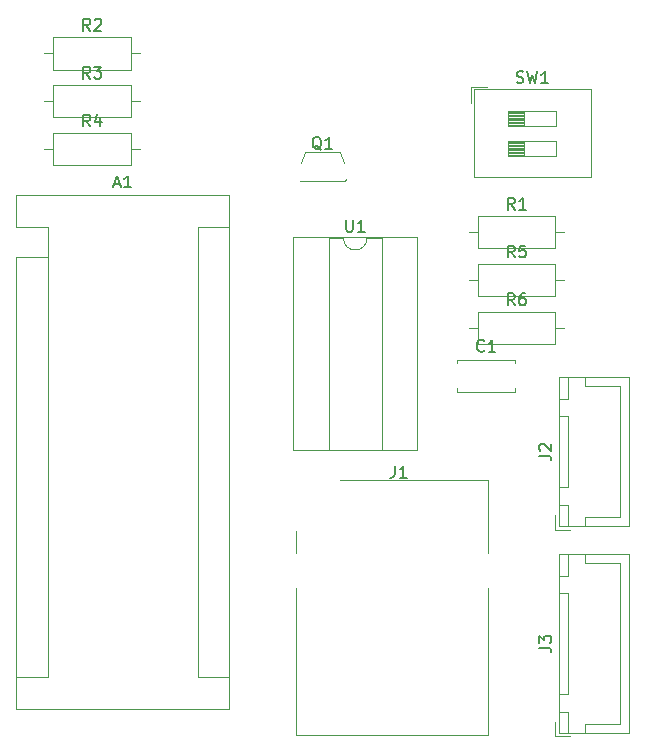
<source format=gto>
G04 #@! TF.GenerationSoftware,KiCad,Pcbnew,(5.1.5)-2*
G04 #@! TF.CreationDate,2019-12-11T14:25:45+09:00*
G04 #@! TF.ProjectId,circuit_master_ver.1.0.0,63697263-7569-4745-9f6d-61737465725f,rev?*
G04 #@! TF.SameCoordinates,Original*
G04 #@! TF.FileFunction,Legend,Top*
G04 #@! TF.FilePolarity,Positive*
%FSLAX46Y46*%
G04 Gerber Fmt 4.6, Leading zero omitted, Abs format (unit mm)*
G04 Created by KiCad (PCBNEW (5.1.5)-2) date 2019-12-11 14:25:45*
%MOMM*%
%LPD*%
G04 APERTURE LIST*
%ADD10C,0.120000*%
%ADD11C,0.150000*%
G04 APERTURE END LIST*
D10*
X62070000Y-122900000D02*
X61700000Y-123800000D01*
X65020000Y-122900000D02*
X62070000Y-122900000D01*
X65350000Y-123800000D02*
X65020000Y-122900000D01*
X65470000Y-125350000D02*
X65500000Y-125200000D01*
X61620000Y-125350000D02*
X65470000Y-125350000D01*
X40270000Y-131770000D02*
X40270000Y-129230000D01*
X40270000Y-129230000D02*
X37600000Y-129230000D01*
X37600000Y-131770000D02*
X37600000Y-170000000D01*
X37600000Y-126560000D02*
X37600000Y-129230000D01*
X52970000Y-129230000D02*
X55640000Y-129230000D01*
X52970000Y-129230000D02*
X52970000Y-167330000D01*
X52970000Y-167330000D02*
X55640000Y-167330000D01*
X40270000Y-131770000D02*
X37600000Y-131770000D01*
X40270000Y-131770000D02*
X40270000Y-167330000D01*
X40270000Y-167330000D02*
X37600000Y-167330000D01*
X37600000Y-170000000D02*
X55640000Y-170000000D01*
X55640000Y-170000000D02*
X55640000Y-126560000D01*
X55640000Y-126560000D02*
X37600000Y-126560000D01*
X74935000Y-140455000D02*
X79875000Y-140455000D01*
X74935000Y-143195000D02*
X79875000Y-143195000D01*
X74935000Y-140455000D02*
X74935000Y-140770000D01*
X74935000Y-142880000D02*
X74935000Y-143195000D01*
X79875000Y-140455000D02*
X79875000Y-140770000D01*
X79875000Y-142880000D02*
X79875000Y-143195000D01*
X65000000Y-150690000D02*
X77560000Y-150690000D01*
X77560000Y-150690000D02*
X77560000Y-156810000D01*
X61330000Y-155000000D02*
X61330000Y-156810000D01*
X61330000Y-159800000D02*
X61330000Y-172210000D01*
X77560000Y-172210000D02*
X61330000Y-172210000D01*
X77560000Y-159790000D02*
X77560000Y-172210000D01*
X83540000Y-154560000D02*
X89510000Y-154560000D01*
X89510000Y-154560000D02*
X89510000Y-141940000D01*
X89510000Y-141940000D02*
X83540000Y-141940000D01*
X83540000Y-141940000D02*
X83540000Y-154560000D01*
X83550000Y-151250000D02*
X84300000Y-151250000D01*
X84300000Y-151250000D02*
X84300000Y-145250000D01*
X84300000Y-145250000D02*
X83550000Y-145250000D01*
X83550000Y-145250000D02*
X83550000Y-151250000D01*
X83550000Y-154550000D02*
X84300000Y-154550000D01*
X84300000Y-154550000D02*
X84300000Y-152750000D01*
X84300000Y-152750000D02*
X83550000Y-152750000D01*
X83550000Y-152750000D02*
X83550000Y-154550000D01*
X83550000Y-143750000D02*
X84300000Y-143750000D01*
X84300000Y-143750000D02*
X84300000Y-141950000D01*
X84300000Y-141950000D02*
X83550000Y-141950000D01*
X83550000Y-141950000D02*
X83550000Y-143750000D01*
X85800000Y-154550000D02*
X85800000Y-153800000D01*
X85800000Y-153800000D02*
X88750000Y-153800000D01*
X88750000Y-153800000D02*
X88750000Y-148250000D01*
X85800000Y-141950000D02*
X85800000Y-142700000D01*
X85800000Y-142700000D02*
X88750000Y-142700000D01*
X88750000Y-142700000D02*
X88750000Y-148250000D01*
X83250000Y-153600000D02*
X83250000Y-154850000D01*
X83250000Y-154850000D02*
X84500000Y-154850000D01*
X83540000Y-172060000D02*
X89510000Y-172060000D01*
X89510000Y-172060000D02*
X89510000Y-156940000D01*
X89510000Y-156940000D02*
X83540000Y-156940000D01*
X83540000Y-156940000D02*
X83540000Y-172060000D01*
X83550000Y-168750000D02*
X84300000Y-168750000D01*
X84300000Y-168750000D02*
X84300000Y-160250000D01*
X84300000Y-160250000D02*
X83550000Y-160250000D01*
X83550000Y-160250000D02*
X83550000Y-168750000D01*
X83550000Y-172050000D02*
X84300000Y-172050000D01*
X84300000Y-172050000D02*
X84300000Y-170250000D01*
X84300000Y-170250000D02*
X83550000Y-170250000D01*
X83550000Y-170250000D02*
X83550000Y-172050000D01*
X83550000Y-158750000D02*
X84300000Y-158750000D01*
X84300000Y-158750000D02*
X84300000Y-156950000D01*
X84300000Y-156950000D02*
X83550000Y-156950000D01*
X83550000Y-156950000D02*
X83550000Y-158750000D01*
X85800000Y-172050000D02*
X85800000Y-171300000D01*
X85800000Y-171300000D02*
X88750000Y-171300000D01*
X88750000Y-171300000D02*
X88750000Y-164500000D01*
X85800000Y-156950000D02*
X85800000Y-157700000D01*
X85800000Y-157700000D02*
X88750000Y-157700000D01*
X88750000Y-157700000D02*
X88750000Y-164500000D01*
X83250000Y-171100000D02*
X83250000Y-172350000D01*
X83250000Y-172350000D02*
X84500000Y-172350000D01*
X84025000Y-129675000D02*
X83255000Y-129675000D01*
X75945000Y-129675000D02*
X76715000Y-129675000D01*
X83255000Y-128305000D02*
X76715000Y-128305000D01*
X83255000Y-131045000D02*
X83255000Y-128305000D01*
X76715000Y-131045000D02*
X83255000Y-131045000D01*
X76715000Y-128305000D02*
X76715000Y-131045000D01*
X40765000Y-113155000D02*
X40765000Y-115895000D01*
X40765000Y-115895000D02*
X47305000Y-115895000D01*
X47305000Y-115895000D02*
X47305000Y-113155000D01*
X47305000Y-113155000D02*
X40765000Y-113155000D01*
X39995000Y-114525000D02*
X40765000Y-114525000D01*
X48075000Y-114525000D02*
X47305000Y-114525000D01*
X48075000Y-118575000D02*
X47305000Y-118575000D01*
X39995000Y-118575000D02*
X40765000Y-118575000D01*
X47305000Y-117205000D02*
X40765000Y-117205000D01*
X47305000Y-119945000D02*
X47305000Y-117205000D01*
X40765000Y-119945000D02*
X47305000Y-119945000D01*
X40765000Y-117205000D02*
X40765000Y-119945000D01*
X40765000Y-121255000D02*
X40765000Y-123995000D01*
X40765000Y-123995000D02*
X47305000Y-123995000D01*
X47305000Y-123995000D02*
X47305000Y-121255000D01*
X47305000Y-121255000D02*
X40765000Y-121255000D01*
X39995000Y-122625000D02*
X40765000Y-122625000D01*
X48075000Y-122625000D02*
X47305000Y-122625000D01*
X76715000Y-132355000D02*
X76715000Y-135095000D01*
X76715000Y-135095000D02*
X83255000Y-135095000D01*
X83255000Y-135095000D02*
X83255000Y-132355000D01*
X83255000Y-132355000D02*
X76715000Y-132355000D01*
X75945000Y-133725000D02*
X76715000Y-133725000D01*
X84025000Y-133725000D02*
X83255000Y-133725000D01*
X84025000Y-137775000D02*
X83255000Y-137775000D01*
X75945000Y-137775000D02*
X76715000Y-137775000D01*
X83255000Y-136405000D02*
X76715000Y-136405000D01*
X83255000Y-139145000D02*
X83255000Y-136405000D01*
X76715000Y-139145000D02*
X83255000Y-139145000D01*
X76715000Y-136405000D02*
X76715000Y-139145000D01*
X76360000Y-117580000D02*
X86260000Y-117580000D01*
X76360000Y-124960000D02*
X86260000Y-124960000D01*
X76360000Y-117580000D02*
X76360000Y-124960000D01*
X86260000Y-117580000D02*
X86260000Y-124960000D01*
X76120000Y-117340000D02*
X77504000Y-117340000D01*
X76120000Y-117340000D02*
X76120000Y-118723000D01*
X79280000Y-119365000D02*
X79280000Y-120635000D01*
X79280000Y-120635000D02*
X83340000Y-120635000D01*
X83340000Y-120635000D02*
X83340000Y-119365000D01*
X83340000Y-119365000D02*
X79280000Y-119365000D01*
X79280000Y-119485000D02*
X80633333Y-119485000D01*
X79280000Y-119605000D02*
X80633333Y-119605000D01*
X79280000Y-119725000D02*
X80633333Y-119725000D01*
X79280000Y-119845000D02*
X80633333Y-119845000D01*
X79280000Y-119965000D02*
X80633333Y-119965000D01*
X79280000Y-120085000D02*
X80633333Y-120085000D01*
X79280000Y-120205000D02*
X80633333Y-120205000D01*
X79280000Y-120325000D02*
X80633333Y-120325000D01*
X79280000Y-120445000D02*
X80633333Y-120445000D01*
X79280000Y-120565000D02*
X80633333Y-120565000D01*
X80633333Y-119365000D02*
X80633333Y-120635000D01*
X79280000Y-121905000D02*
X79280000Y-123175000D01*
X79280000Y-123175000D02*
X83340000Y-123175000D01*
X83340000Y-123175000D02*
X83340000Y-121905000D01*
X83340000Y-121905000D02*
X79280000Y-121905000D01*
X79280000Y-122025000D02*
X80633333Y-122025000D01*
X79280000Y-122145000D02*
X80633333Y-122145000D01*
X79280000Y-122265000D02*
X80633333Y-122265000D01*
X79280000Y-122385000D02*
X80633333Y-122385000D01*
X79280000Y-122505000D02*
X80633333Y-122505000D01*
X79280000Y-122625000D02*
X80633333Y-122625000D01*
X79280000Y-122745000D02*
X80633333Y-122745000D01*
X79280000Y-122865000D02*
X80633333Y-122865000D01*
X79280000Y-122985000D02*
X80633333Y-122985000D01*
X79280000Y-123105000D02*
X80633333Y-123105000D01*
X80633333Y-121905000D02*
X80633333Y-123175000D01*
X67310000Y-130170000D02*
G75*
G02X65310000Y-130170000I-1000000J0D01*
G01*
X65310000Y-130170000D02*
X64060000Y-130170000D01*
X64060000Y-130170000D02*
X64060000Y-148070000D01*
X64060000Y-148070000D02*
X68560000Y-148070000D01*
X68560000Y-148070000D02*
X68560000Y-130170000D01*
X68560000Y-130170000D02*
X67310000Y-130170000D01*
X61060000Y-130110000D02*
X61060000Y-148130000D01*
X61060000Y-148130000D02*
X71560000Y-148130000D01*
X71560000Y-148130000D02*
X71560000Y-130110000D01*
X71560000Y-130110000D02*
X61060000Y-130110000D01*
D11*
X63444761Y-122697619D02*
X63349523Y-122650000D01*
X63254285Y-122554761D01*
X63111428Y-122411904D01*
X63016190Y-122364285D01*
X62920952Y-122364285D01*
X62968571Y-122602380D02*
X62873333Y-122554761D01*
X62778095Y-122459523D01*
X62730476Y-122269047D01*
X62730476Y-121935714D01*
X62778095Y-121745238D01*
X62873333Y-121650000D01*
X62968571Y-121602380D01*
X63159047Y-121602380D01*
X63254285Y-121650000D01*
X63349523Y-121745238D01*
X63397142Y-121935714D01*
X63397142Y-122269047D01*
X63349523Y-122459523D01*
X63254285Y-122554761D01*
X63159047Y-122602380D01*
X62968571Y-122602380D01*
X64349523Y-122602380D02*
X63778095Y-122602380D01*
X64063809Y-122602380D02*
X64063809Y-121602380D01*
X63968571Y-121745238D01*
X63873333Y-121840476D01*
X63778095Y-121888095D01*
X45905714Y-125586666D02*
X46381904Y-125586666D01*
X45810476Y-125872380D02*
X46143809Y-124872380D01*
X46477142Y-125872380D01*
X47334285Y-125872380D02*
X46762857Y-125872380D01*
X47048571Y-125872380D02*
X47048571Y-124872380D01*
X46953333Y-125015238D01*
X46858095Y-125110476D01*
X46762857Y-125158095D01*
X77238333Y-139682142D02*
X77190714Y-139729761D01*
X77047857Y-139777380D01*
X76952619Y-139777380D01*
X76809761Y-139729761D01*
X76714523Y-139634523D01*
X76666904Y-139539285D01*
X76619285Y-139348809D01*
X76619285Y-139205952D01*
X76666904Y-139015476D01*
X76714523Y-138920238D01*
X76809761Y-138825000D01*
X76952619Y-138777380D01*
X77047857Y-138777380D01*
X77190714Y-138825000D01*
X77238333Y-138872619D01*
X78190714Y-139777380D02*
X77619285Y-139777380D01*
X77905000Y-139777380D02*
X77905000Y-138777380D01*
X77809761Y-138920238D01*
X77714523Y-139015476D01*
X77619285Y-139063095D01*
X69666666Y-149452380D02*
X69666666Y-150166666D01*
X69619047Y-150309523D01*
X69523809Y-150404761D01*
X69380952Y-150452380D01*
X69285714Y-150452380D01*
X70666666Y-150452380D02*
X70095238Y-150452380D01*
X70380952Y-150452380D02*
X70380952Y-149452380D01*
X70285714Y-149595238D01*
X70190476Y-149690476D01*
X70095238Y-149738095D01*
X81902380Y-148583333D02*
X82616666Y-148583333D01*
X82759523Y-148630952D01*
X82854761Y-148726190D01*
X82902380Y-148869047D01*
X82902380Y-148964285D01*
X81997619Y-148154761D02*
X81950000Y-148107142D01*
X81902380Y-148011904D01*
X81902380Y-147773809D01*
X81950000Y-147678571D01*
X81997619Y-147630952D01*
X82092857Y-147583333D01*
X82188095Y-147583333D01*
X82330952Y-147630952D01*
X82902380Y-148202380D01*
X82902380Y-147583333D01*
X81902380Y-164833333D02*
X82616666Y-164833333D01*
X82759523Y-164880952D01*
X82854761Y-164976190D01*
X82902380Y-165119047D01*
X82902380Y-165214285D01*
X81902380Y-164452380D02*
X81902380Y-163833333D01*
X82283333Y-164166666D01*
X82283333Y-164023809D01*
X82330952Y-163928571D01*
X82378571Y-163880952D01*
X82473809Y-163833333D01*
X82711904Y-163833333D01*
X82807142Y-163880952D01*
X82854761Y-163928571D01*
X82902380Y-164023809D01*
X82902380Y-164309523D01*
X82854761Y-164404761D01*
X82807142Y-164452380D01*
X79818333Y-127757380D02*
X79485000Y-127281190D01*
X79246904Y-127757380D02*
X79246904Y-126757380D01*
X79627857Y-126757380D01*
X79723095Y-126805000D01*
X79770714Y-126852619D01*
X79818333Y-126947857D01*
X79818333Y-127090714D01*
X79770714Y-127185952D01*
X79723095Y-127233571D01*
X79627857Y-127281190D01*
X79246904Y-127281190D01*
X80770714Y-127757380D02*
X80199285Y-127757380D01*
X80485000Y-127757380D02*
X80485000Y-126757380D01*
X80389761Y-126900238D01*
X80294523Y-126995476D01*
X80199285Y-127043095D01*
X43868333Y-112607380D02*
X43535000Y-112131190D01*
X43296904Y-112607380D02*
X43296904Y-111607380D01*
X43677857Y-111607380D01*
X43773095Y-111655000D01*
X43820714Y-111702619D01*
X43868333Y-111797857D01*
X43868333Y-111940714D01*
X43820714Y-112035952D01*
X43773095Y-112083571D01*
X43677857Y-112131190D01*
X43296904Y-112131190D01*
X44249285Y-111702619D02*
X44296904Y-111655000D01*
X44392142Y-111607380D01*
X44630238Y-111607380D01*
X44725476Y-111655000D01*
X44773095Y-111702619D01*
X44820714Y-111797857D01*
X44820714Y-111893095D01*
X44773095Y-112035952D01*
X44201666Y-112607380D01*
X44820714Y-112607380D01*
X43868333Y-116657380D02*
X43535000Y-116181190D01*
X43296904Y-116657380D02*
X43296904Y-115657380D01*
X43677857Y-115657380D01*
X43773095Y-115705000D01*
X43820714Y-115752619D01*
X43868333Y-115847857D01*
X43868333Y-115990714D01*
X43820714Y-116085952D01*
X43773095Y-116133571D01*
X43677857Y-116181190D01*
X43296904Y-116181190D01*
X44201666Y-115657380D02*
X44820714Y-115657380D01*
X44487380Y-116038333D01*
X44630238Y-116038333D01*
X44725476Y-116085952D01*
X44773095Y-116133571D01*
X44820714Y-116228809D01*
X44820714Y-116466904D01*
X44773095Y-116562142D01*
X44725476Y-116609761D01*
X44630238Y-116657380D01*
X44344523Y-116657380D01*
X44249285Y-116609761D01*
X44201666Y-116562142D01*
X43868333Y-120707380D02*
X43535000Y-120231190D01*
X43296904Y-120707380D02*
X43296904Y-119707380D01*
X43677857Y-119707380D01*
X43773095Y-119755000D01*
X43820714Y-119802619D01*
X43868333Y-119897857D01*
X43868333Y-120040714D01*
X43820714Y-120135952D01*
X43773095Y-120183571D01*
X43677857Y-120231190D01*
X43296904Y-120231190D01*
X44725476Y-120040714D02*
X44725476Y-120707380D01*
X44487380Y-119659761D02*
X44249285Y-120374047D01*
X44868333Y-120374047D01*
X79818333Y-131807380D02*
X79485000Y-131331190D01*
X79246904Y-131807380D02*
X79246904Y-130807380D01*
X79627857Y-130807380D01*
X79723095Y-130855000D01*
X79770714Y-130902619D01*
X79818333Y-130997857D01*
X79818333Y-131140714D01*
X79770714Y-131235952D01*
X79723095Y-131283571D01*
X79627857Y-131331190D01*
X79246904Y-131331190D01*
X80723095Y-130807380D02*
X80246904Y-130807380D01*
X80199285Y-131283571D01*
X80246904Y-131235952D01*
X80342142Y-131188333D01*
X80580238Y-131188333D01*
X80675476Y-131235952D01*
X80723095Y-131283571D01*
X80770714Y-131378809D01*
X80770714Y-131616904D01*
X80723095Y-131712142D01*
X80675476Y-131759761D01*
X80580238Y-131807380D01*
X80342142Y-131807380D01*
X80246904Y-131759761D01*
X80199285Y-131712142D01*
X79818333Y-135857380D02*
X79485000Y-135381190D01*
X79246904Y-135857380D02*
X79246904Y-134857380D01*
X79627857Y-134857380D01*
X79723095Y-134905000D01*
X79770714Y-134952619D01*
X79818333Y-135047857D01*
X79818333Y-135190714D01*
X79770714Y-135285952D01*
X79723095Y-135333571D01*
X79627857Y-135381190D01*
X79246904Y-135381190D01*
X80675476Y-134857380D02*
X80485000Y-134857380D01*
X80389761Y-134905000D01*
X80342142Y-134952619D01*
X80246904Y-135095476D01*
X80199285Y-135285952D01*
X80199285Y-135666904D01*
X80246904Y-135762142D01*
X80294523Y-135809761D01*
X80389761Y-135857380D01*
X80580238Y-135857380D01*
X80675476Y-135809761D01*
X80723095Y-135762142D01*
X80770714Y-135666904D01*
X80770714Y-135428809D01*
X80723095Y-135333571D01*
X80675476Y-135285952D01*
X80580238Y-135238333D01*
X80389761Y-135238333D01*
X80294523Y-135285952D01*
X80246904Y-135333571D01*
X80199285Y-135428809D01*
X79976666Y-116984761D02*
X80119523Y-117032380D01*
X80357619Y-117032380D01*
X80452857Y-116984761D01*
X80500476Y-116937142D01*
X80548095Y-116841904D01*
X80548095Y-116746666D01*
X80500476Y-116651428D01*
X80452857Y-116603809D01*
X80357619Y-116556190D01*
X80167142Y-116508571D01*
X80071904Y-116460952D01*
X80024285Y-116413333D01*
X79976666Y-116318095D01*
X79976666Y-116222857D01*
X80024285Y-116127619D01*
X80071904Y-116080000D01*
X80167142Y-116032380D01*
X80405238Y-116032380D01*
X80548095Y-116080000D01*
X80881428Y-116032380D02*
X81119523Y-117032380D01*
X81310000Y-116318095D01*
X81500476Y-117032380D01*
X81738571Y-116032380D01*
X82643333Y-117032380D02*
X82071904Y-117032380D01*
X82357619Y-117032380D02*
X82357619Y-116032380D01*
X82262380Y-116175238D01*
X82167142Y-116270476D01*
X82071904Y-116318095D01*
X65548095Y-128622380D02*
X65548095Y-129431904D01*
X65595714Y-129527142D01*
X65643333Y-129574761D01*
X65738571Y-129622380D01*
X65929047Y-129622380D01*
X66024285Y-129574761D01*
X66071904Y-129527142D01*
X66119523Y-129431904D01*
X66119523Y-128622380D01*
X67119523Y-129622380D02*
X66548095Y-129622380D01*
X66833809Y-129622380D02*
X66833809Y-128622380D01*
X66738571Y-128765238D01*
X66643333Y-128860476D01*
X66548095Y-128908095D01*
M02*

</source>
